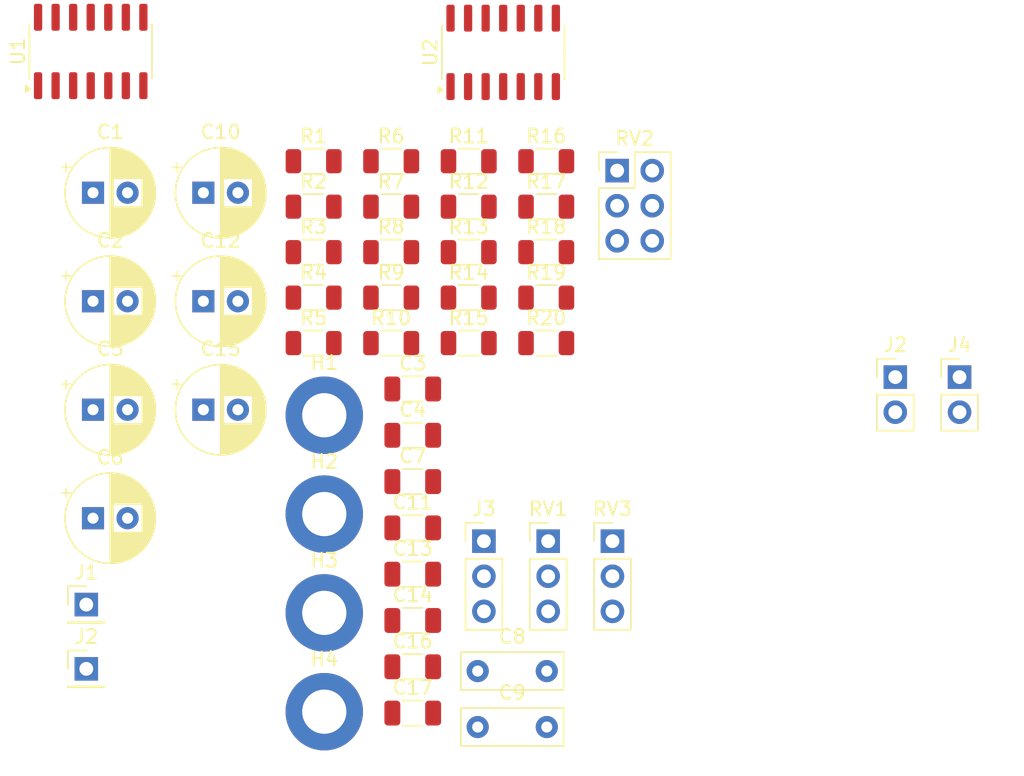
<source format=kicad_pcb>
(kicad_pcb (version 20240108) (generator "pcbnew") (generator_version "8.0")
  (layers (0 "F.Cu" signal) (31 "B.Cu" power) (34 "B.Paste" user) (35 "F.Paste" user) (36 "B.SilkS" user "B.Silkscreen") (37 "F.SilkS" user "F.Silkscreen") (38 "B.Mask" user) (39 "F.Mask" user) (44 "Edge.Cuts" user))
  (net 0 "")
  (net 1 "Net-(C1-Pad2)")
  (net 2 "Net-(C1-Pad1)")
  (net 3 "Net-(C2-Pad1)")
  (net 4 "Net-(C2-Pad2)")
  (net 5 "Net-(U1A--)")
  (net 6 "Net-(U1B--)")
  (net 7 "Net-(J1-Pin_1)")
  (net 8 "Net-(C5-Pad2)")
  (net 9 "Net-(J2-Pin_1)")
  (net 10 "Net-(U2A--)")
  (net 11 "Net-(C7-Pad2)")
  (net 12 "Net-(U2B--)")
  (net 13 "Net-(C8-Pad2)")
  (net 14 "Net-(U2C--)")
  (net 15 "Net-(C9-Pad2)")
  (net 16 "Net-(C10-Pad1)")
  (net 17 "Net-(C10-Pad2)")
  (net 18 "Net-(U2D--)")
  (net 19 "Net-(C11-Pad1)")
  (net 20 "+15V")
  (net 21 "GND")
  (net 22 "-15V")
  (net 23 "Net-(U1B-+)")
  (net 24 "Net-(R8-Pad1)")
  (net 25 "Net-(R9-Pad1)")
  (net 26 "Net-(R10-Pad1)")
  (net 27 "Net-(R11-Pad2)")
  (net 28 "Net-(R12-Pad2)")
  (net 29 "Net-(R13-Pad2)")
  (net 30 "Net-(R15-Pad2)")
  (net 31 "Net-(U1D--)")
  (net 32 "Net-(U1C--)")
  (net 33 "Net-(J2-Pin_2)")
  (net 34 "Net-(J4-Pin_2)")
  (footprint "Resistor_SMD:R_1206_3216Metric" (layer "F.Cu") (at 135.51 79.86)
    (property "Reference" "R3" (at 0 -1.82 0) (layer "F.SilkS"))
    (property "Value" "2k7")
    (pad "1" smd roundrect (at -1.4625 0) (size 1.125 1.75) (layers "F.Cu" "F.Paste" "F.Mask") (roundrect_rratio 0.222222) (net 8 "Net-(C5-Pad2)"))
    (pad "2" smd roundrect (at 1.4625 0) (size 1.125 1.75) (layers "F.Cu" "F.Paste" "F.Mask") (roundrect_rratio 0.222222) (net 5 "Net-(U1A--)"))
  )
  (footprint "MountingHole:MountingHole_3.2mm_M3_DIN965_Pad" (layer "F.Cu") (at 136.28 98.81)
    (property "Reference" "H2" (at 0 -3.8 0) (layer "F.SilkS"))
    (property "Value" "MountingHole")
    (pad "1" thru_hole circle (at 0 0) (size 5.6 5.6) (drill 3.2) (layers "*.Cu" "*.Mask") (net 21 "GND"))
  )
  (footprint "Resistor_SMD:R_1206_3216Metric" (layer "F.Cu") (at 146.73 83.15)
    (property "Reference" "R14" (at 0 -1.82 0) (layer "F.SilkS"))
    (property "Value" "330R")
    (pad "1" smd roundrect (at -1.4625 0) (size 1.125 1.75) (layers "F.Cu" "F.Paste" "F.Mask") (roundrect_rratio 0.222222) (net 19 "Net-(C11-Pad1)"))
    (pad "2" smd roundrect (at 1.4625 0) (size 1.125 1.75) (layers "F.Cu" "F.Paste" "F.Mask") (roundrect_rratio 0.222222) (net 23 "Net-(U1B-+)"))
  )
  (footprint "Capacitor_THT:CP_Radial_D6.3mm_P2.50mm" (layer "F.Cu") (at 119.545241 99.11)
    (property "Reference" "C6" (at 1.25 -4.4 0) (layer "F.SilkS"))
    (property "Value" "100u")
    (pad "1" thru_hole rect (at 0 0) (size 1.6 1.6) (drill 0.8) (layers "*.Cu" "*.Mask") (net 3 "Net-(C2-Pad1)"))
    (pad "2" thru_hole circle (at 2.5 0) (size 1.6 1.6) (drill 0.8) (layers "*.Cu" "*.Mask") (net 34 "Net-(J4-Pin_2)"))
  )
  (footprint "Capacitor_SMD:C_1206_3216Metric" (layer "F.Cu") (at 142.68 99.81)
    (property "Reference" "C11" (at 0 -1.85 0) (layer "F.SilkS"))
    (property "Value" "100p")
    (pad "1" smd roundrect (at -1.475 0) (size 1.15 1.8) (layers "F.Cu" "F.Paste" "F.Mask") (roundrect_rratio 0.217391) (net 19 "Net-(C11-Pad1)"))
    (pad "2" smd roundrect (at 1.475 0) (size 1.15 1.8) (layers "F.Cu" "F.Paste" "F.Mask") (roundrect_rratio 0.217391) (net 18 "Net-(U2D--)"))
  )
  (footprint "Package_SO:SOIC-14_3.9x8.7mm_P1.27mm" (layer "F.Cu") (at 119.38 65.34 90)
    (property "Reference" "U1" (at 0 -5.28 90) (layer "F.SilkS"))
    (property "Value" "OPA1679")
    (pad "1" smd roundrect (at -2.475 -3.81 90) (size 1.95 0.6) (layers "F.Cu" "F.Paste" "F.Mask") (net 2 "Net-(C1-Pad1)"))
    (pad "2" smd roundrect (at -2.475 -2.54 90) (size 1.95 0.6) (layers "F.Cu" "F.Paste" "F.Mask") (net 5 "Net-(U1A--)"))
    (pad "3" smd roundrect (at -2.475 -1.27 90) (size 1.95 0.6) (layers "F.Cu" "F.Paste" "F.Mask") (net 21 "GND"))
    (pad "4" smd roundrect (at -2.475 0 90) (size 1.95 0.6) (layers "F.Cu" "F.Paste" "F.Mask") (net 20 "+15V"))
    (pad "5" smd roundrect (at -2.475 1.27 90) (size 1.95 0.6) (layers "F.Cu" "F.Paste" "F.Mask") (net 23 "Net-(U1B-+)"))
    (pad "6" smd roundrect (at -2.475 2.54 90) (size 1.95 0.6) (layers "F.Cu" "F.Paste" "F.Mask") (net 6 "Net-(U1B--)"))
    (pad "7" smd roundrect (at -2.475 3.81 90) (size 1.95 0.6) (layers "F.Cu" "F.Paste" "F.Mask") (net 3 "Net-(C2-Pad1)"))
    (pad "8" smd roundrect (at 2.475 3.81 90) (size 1.95 0.6) (layers "F.Cu" "F.Paste" "F.Mask") (net 32 "Net-(U1C--)"))
    (pad "9" smd roundrect (at 2.475 2.54 90) (size 1.95 0.6) (layers "F.Cu" "F.Paste" "F.Mask") (net 32 "Net-(U1C--)"))
    (pad "10" smd roundrect (at 2.475 1.27 90) (size 1.95 0.6) (layers "F.Cu" "F.Paste" "F.Mask") (net 21 "GND"))
    (pad "11" smd roundrect (at 2.475 0 90) (size 1.95 0.6) (layers "F.Cu" "F.Paste" "F.Mask") (net 22 "-15V"))
    (pad "12" smd roundrect (at 2.475 -1.27 90) (size 1.95 0.6) (layers "F.Cu" "F.Paste" "F.Mask") (net 21 "GND"))
    (pad "13" smd roundrect (at 2.475 -2.54 90) (size 1.95 0.6) (layers "F.Cu" "F.Paste" "F.Mask") (net 31 "Net-(U1D--)"))
    (pad "14" smd roundrect (at 2.475 -3.81 90) (size 1.95 0.6) (layers "F.Cu" "F.Paste" "F.Mask") (net 31 "Net-(U1D--)"))
  )
  (footprint "Capacitor_SMD:C_1206_3216Metric" (layer "F.Cu") (at 142.68 89.76)
    (property "Reference" "C3" (at 0 -1.85 0) (layer "F.SilkS"))
    (property "Value" "100p")
    (pad "1" smd roundrect (at -1.475 0) (size 1.15 1.8) (layers "F.Cu" "F.Paste" "F.Mask") (roundrect_rratio 0.217391) (net 5 "Net-(U1A--)"))
    (pad "2" smd roundrect (at 1.475 0) (size 1.15 1.8) (layers "F.Cu" "F.Paste" "F.Mask") (roundrect_rratio 0.217391) (net 2 "Net-(C1-Pad1)"))
  )
  (footprint "Capacitor_THT:CP_Radial_D6.3mm_P2.50mm" (layer "F.Cu") (at 119.545241 75.56)
    (property "Reference" "C1" (at 1.25 -4.4 0) (layer "F.SilkS"))
    (property "Value" "100u")
    (pad "1" thru_hole rect (at 0 0) (size 1.6 1.6) (drill 0.8) (layers "*.Cu" "*.Mask") (net 2 "Net-(C1-Pad1)"))
    (pad "2" thru_hole circle (at 2.5 0) (size 1.6 1.6) (drill 0.8) (layers "*.Cu" "*.Mask") (net 1 "Net-(C1-Pad2)"))
  )
  (footprint "Resistor_SMD:R_1206_3216Metric" (layer "F.Cu") (at 141.12 76.57)
    (property "Reference" "R7" (at 0 -1.82 0) (layer "F.SilkS"))
    (property "Value" "2k7")
    (pad "1" smd roundrect (at -1.4625 0) (size 1.125 1.75) (layers "F.Cu" "F.Paste" "F.Mask") (roundrect_rratio 0.222222) (net 10 "Net-(U2A--)"))
    (pad "2" smd roundrect (at 1.4625 0) (size 1.125 1.75) (layers "F.Cu" "F.Paste" "F.Mask") (roundrect_rratio 0.222222) (net 11 "Net-(C7-Pad2)"))
  )
  (footprint "Resistor_SMD:R_1206_3216Metric" (layer "F.Cu") (at 152.34 86.44)
    (property "Reference" "R20" (at 0 -1.82 0) (layer "F.SilkS"))
    (property "Value" "8k2")
    (pad "1" smd roundrect (at -1.4625 0) (size 1.125 1.75) (layers "F.Cu" "F.Paste" "F.Mask") (roundrect_rratio 0.222222) (net 10 "Net-(U2A--)"))
    (pad "2" smd roundrect (at 1.4625 0) (size 1.125 1.75) (layers "F.Cu" "F.Paste" "F.Mask") (roundrect_rratio 0.222222) (net 19 "Net-(C11-Pad1)"))
  )
  (footprint "Connector_PinHeader_2.54mm:PinHeader_1x01_P2.54mm_Vertical" (layer "F.Cu") (at 119.06 110.01)
    (property "Reference" "J2" (at 0 -2.33 0) (layer "F.SilkS"))
    (property "Value" "Conn_01x01_Pin")
    (pad "1" thru_hole rect (at 0 0) (size 1.7 1.7) (drill 1) (layers "*.Cu" "*.Mask") (net 9 "Net-(J2-Pin_1)"))
  )
  (footprint "Capacitor_SMD:C_1206_3216Metric" (layer "F.Cu") (at 142.68 103.16)
    (property "Reference" "C13" (at 0 -1.85 0) (layer "F.SilkS"))
    (property "Value" "100n")
    (pad "1" smd roundrect (at -1.475 0) (size 1.15 1.8) (layers "F.Cu" "F.Paste" "F.Mask") (roundrect_rratio 0.217391) (net 20 "+15V"))
    (pad "2" smd roundrect (at 1.475 0) (size 1.15 1.8) (layers "F.Cu" "F.Paste" "F.Mask") (roundrect_rratio 0.217391) (net 21 "GND"))
  )
  (footprint "Resistor_SMD:R_1206_3216Metric" (layer "F.Cu") (at 152.34 76.57)
    (property "Reference" "R17" (at 0 -1.82 0) (layer "F.SilkS"))
    (property "Value" "47k")
    (pad "1" smd roundrect (at -1.4625 0) (size 1.125 1.75) (layers "F.Cu" "F.Paste" "F.Mask") (roundrect_rratio 0.222222) (net 19 "Net-(C11-Pad1)"))
    (pad "2" smd roundrect (at 1.4625 0) (size 1.125 1.75) (layers "F.Cu" "F.Paste" "F.Mask") (roundrect_rratio 0.222222) (net 18 "Net-(U2D--)"))
  )
  (footprint "Resistor_SMD:R_1206_3216Metric" (layer "F.Cu") (at 135.51 86.44)
    (property "Reference" "R5" (at 0 -1.82 0) (layer "F.SilkS"))
    (property "Value" "1k")
    (pad "1" smd roundrect (at -1.4625 0) (size 1.125 1.75) (layers "F.Cu" "F.Paste" "F.Mask") (roundrect_rratio 0.222222) (net 21 "GND"))
    (pad "2" smd roundrect (at 1.4625 0) (size 1.125 1.75) (layers "F.Cu" "F.Paste" "F.Mask") (roundrect_rratio 0.222222) (net 23 "Net-(U1B-+)"))
  )
  (footprint "Resistor_SMD:R_1206_3216Metric" (layer "F.Cu") (at 146.73 76.57)
    (property "Reference" "R12" (at 0 -1.82 0) (layer "F.SilkS"))
    (property "Value" "390R")
    (pad "1" smd roundrect (at -1.4625 0) (size 1.125 1.75) (layers "F.Cu" "F.Paste" "F.Mask") (roundrect_rratio 0.222222) (net 21 "GND"))
    (pad "2" smd roundrect (at 1.4625 0) (size 1.125 1.75) (layers "F.Cu" "F.Paste" "F.Mask") (roundrect_rratio 0.222222) (net 28 "Net-(R12-Pad2)"))
  )
  (footprint "Resistor_SMD:R_1206_3216Metric" (layer "F.Cu") (at 146.73 73.28)
    (property "Reference" "R11" (at 0 -1.82 0) (layer "F.SilkS"))
    (property "Value" "270R")
    (pad "1" smd roundrect (at -1.4625 0) (size 1.125 1.75) (layers "F.Cu" "F.Paste" "F.Mask") (roundrect_rratio 0.222222) (net 13 "Net-(C8-Pad2)"))
    (pad "2" smd roundrect (at 1.4625 0) (size 1.125 1.75) (layers "F.Cu" "F.Paste" "F.Mask") (roundrect_rratio 0.222222) (net 27 "Net-(R11-Pad2)"))
  )
  (footprint "Capacitor_THT:CP_Radial_D6.3mm_P2.50mm" (layer "F.Cu") (at 127.530482 83.41)
    (property "Reference" "C12" (at 1.25 -4.4 0) (layer "F.SilkS"))
    (property "Value" "10u")
    (pad "1" thru_hole rect (at 0 0) (size 1.6 1.6) (drill 0.8) (layers "*.Cu" "*.Mask") (net 20 "+15V"))
    (pad "2" thru_hole circle (at 2.5 0) (size 1.6 1.6) (drill 0.8) (layers "*.Cu" "*.Mask") (net 21 "GND"))
  )
  (footprint "Capacitor_SMD:C_1206_3216Metric" (layer "F.Cu") (at 142.68 113.21)
    (property "Reference" "C17" (at 0 -1.85 0) (layer "F.SilkS"))
    (property "Value" "100n")
    (pad "1" smd roundrect (at -1.475 0) (size 1.15 1.8) (layers "F.Cu" "F.Paste" "F.Mask") (roundrect_rratio 0.217391) (net 21 "GND"))
    (pad "2" smd roundrect (at 1.475 0) (size 1.15 1.8) (layers "F.Cu" "F.Paste" "F.Mask") (roundrect_rratio 0.217391) (net 22 "-15V"))
  )
  (footprint "Capacitor_THT:C_Rect_L7.2mm_W2.5mm_P5.00mm_FKS2_FKP2_MKS2_MKP2" (layer "F.Cu") (at 147.38 110.17)
    (property "Reference" "C8" (at 2.5 -2.5 0) (layer "F.SilkS"))
    (property "Value" "5n6")
    (pad "1" thru_hole circle (at 0 0) (size 1.6 1.6) (drill 0.8) (layers "*.Cu" "*.Mask") (net 12 "Net-(U2B--)"))
    (pad "2" thru_hole circle (at 5 0) (size 1.6 1.6) (drill 0.8) (layers "*.Cu" "*.Mask") (net 13 "Net-(C8-Pad2)"))
  )
  (footprint "Connector_PinHeader_2.54mm:PinHeader_2x03_P2.54mm_Vertical" (layer "F.Cu") (at 157.47 73.96)
    (property "Reference" "RV2" (at 1.27 -2.33 0) (layer "F.SilkS"))
    (property "Value" "10k")
    (pad "1" thru_hole rect (at 0 0) (size 1.7 1.7) (drill 1) (layers "*.Cu" "*.Mask") (net 25 "Net-(R9-Pad1)"))
    (pad "2" thru_hole oval (at 2.54 0) (size 1.7 1.7) (drill 1) (layers "*.Cu" "*.Mask") (net 26 "Net-(R10-Pad1)"))
    (pad "3" thru_hole oval (at 0 2.54) (size 1.7 1.7) (drill 1) (layers "*.Cu" "*.Mask") (net 28 "Net-(R12-Pad2)"))
    (pad "4" thru_hole oval (at 2.54 2.54) (size 1.7 1.7) (drill 1) (layers "*.Cu" "*.Mask") (net 27 "Net-(R11-Pad2)"))
    (pad "5" thru_hole oval (at 0 5.08) (size 1.7 1.7) (drill 1) (layers "*.Cu" "*.Mask") (net 29 "Net-(R13-Pad2)"))
    (pad "6" thru_hole oval (at 2.54 5.08) (size 1.7 1.7) (drill 1) (layers "*.Cu" "*.Mask") (net 30 "Net-(R15-Pad2)"))
  )
  (footprint "Capacitor_SMD:C_1206_3216Metric" (layer "F.Cu") (at 142.68 96.46)
    (property "Reference" "C7" (at 0 -1.85 0) (layer "F.SilkS"))
    (property "Value" "100p")
    (pad "1" smd roundrect (at -1.475 0) (size 1.15 1.8) (layers "F.Cu" "F.Paste" "F.Mask") (roundrect_rratio 0.217391) (net 10 "Net-(U2A--)"))
    (pad "2" smd roundrect (at 1.475 0) (size 1.15 1.8) (layers "F.Cu" "F.Paste" "F.Mask") (roundrect_rratio 0.217391) (net 11 "Net-(C7-Pad2)"))
  )
  (footprint "Capacitor_THT:C_Rect_L7.2mm_W2.5mm_P5.00mm_FKS2_FKP2_MKS2_MKP2" (layer "F.Cu") (at 147.38 114.22)
    (property "Reference" "C9" (at 2.5 -2.5 0) (layer "F.SilkS"))
    (property "Value" "5n6")
    (pad "1" thru_hole circle (at 0 0) (size 1.6 1.6) (drill 0.8) (layers "*.Cu" "*.Mask") (net 14 "Net-(U2C--)"))
    (pad "2" thru_hole circle (at 5 0) (size 1.6 1.6) (drill 0.8) (layers "*.Cu" "*.Mask") (net 15 "Net-(C9-Pad2)"))
  )
  (footprint "Resistor_SMD:R_1206_3216Metric" (layer "F.Cu") (at 141.12 86.44)
    (property "Reference" "R10" (at 0 -1.82 0) (layer "F.SilkS"))
    (property "Value" "1k5")
    (pad "1" smd roundrect (at -1.4625 0) (size 1.125 1.75) (layers "F.Cu" "F.Paste" "F.Mask") (roundrect_rratio 0.222222) (net 26 "Net-(R10-Pad1)"))
    (pad "2" smd roundrect (at 1.4625 0) (size 1.125 1.75) (layers "F.Cu" "F.Paste" "F.Mask") (roundrect_rratio 0.222222) (net 12 "Net-(U2B--)"))
  )
  (footprint "Capacitor_SMD:C_1206_3216Metric" (layer "F.Cu") (at 142.68 93.11)
    (property "Reference" "C4" (at 0 -1.85 0) (layer "F.SilkS"))
    (property "Value" "100p")
    (pad "1" smd roundrect (at -1.475 0) (size 1.15 1.8) (layers "F.Cu" "F.Paste" "F.Mask") (roundrect_rratio 0.217391) (net 6 "Net-(U1B--)"))
    (pad "2" smd roundrect (at 1.475 0) (size 1.15 1.8) (layers "F.Cu" "F.Paste" "F.Mask") (roundrect_rratio 0.217391) (net 3 "Net-(C2-Pad1)"))
  )
  (footprint "Connector_PinHeader_2.54mm:PinHeader_1x01_P2.54mm_Vertical" (layer "F.Cu") (at 119.06 105.36)
    (property "Reference" "J1" (at 0 -2.33 0) (layer "F.SilkS"))
    (property "Value" "Conn_01x01_Pin")
    (pad "1" thru_hole rect (at 0 0) (size 1.7 1.7) (drill 1) (layers "*.Cu" "*.Mask") (net 7 "Net-(J1-Pin_1)"))
  )
  (footprint "Capacitor_SMD:C_1206_3216Metric" (layer "F.Cu") (at 142.68 106.51)
    (property "Reference" "C14" (at 0 -1.85 0) (layer "F.SilkS"))
    (property "Value" "100n")
    (pad "1" smd roundrect (at -1.475 0) (size 1.15 1.8) (layers "F.Cu" "F.Paste" "F.Mask") (roundrect_rratio 0.217391) (net 20 "+15V"))
    (pad "2" smd roundrect (at 1.475 0) (size 1.15 1.8) (layers "F.Cu" "F.Paste" "F.Mask") (roundrect_rratio 0.217391) (net 21 "GND"))
  )
  (footprint "Connector_PinHeader_2.54mm:PinHeader_1x02_P2.54mm_Vertical" (layer "F.Cu") (at 182.245 88.9)
    (property "Reference" "J4" (at 0 -2.33 0) (layer "F.SilkS"))
    (property "Value" "Conn_01x02")
    (pad "1" thru_hole rect (at 0 0) (size 1.7 1.7) (drill 1) (layers "*.Cu" "*.Mask") (net 21 "GND"))
    (pad "2" thru_hole oval (at 0 2.54) (size 1.7 1.7) (drill 1) (layers "*.Cu" "*.Mask") (net 34 "Net-(J4-Pin_2)"))
  )
  (footprint "Resistor_SMD:R_1206_3216Metric" (layer "F.Cu") (at 152.34 73.28)
    (property "Reference" "R16" (at 0 -1.82 0) (layer "F.SilkS"))
    (property "Value" "1k2")
    (pad "1" smd roundrect (at -1.4625 0) (size 1.125 1.75) (layers "F.Cu" "F.Paste" "F.Mask") (roundrect_rratio 0.222222) (net 19 "Net-(C11-Pad1)"))
    (pad "2" smd roundrect (at 1.4625 0) (size 1.125 1.75) (layers "F.Cu" "F.Paste" "F.Mask") (roundrect_rratio 0.222222) (net 17 "Net-(C10-Pad2)"))
  )
  (footprint "Resistor_SMD:R_1206_3216Metric" (layer "F.Cu") (at 152.34 79.86)
    (property "Reference" "R18" (at 0 -1.82 0) (layer "F.SilkS"))
    (property "Value" "1k8")
    (pad "1" smd roundrect (at -1.4625 0) (size 1.125 1.75) (layers "F.Cu" "F.Paste" "F.Mask") (roundrect_rratio 0.222222) (net 18 "Net-(U2D--)"))
    (pad "2" smd roundrect (at 1.4625 0) (size 1.125 1.75) (layers "F.Cu" "F.Paste" "F.Mask") (roundrect_rratio 0.222222) (net 13 "Net-(C8-Pad2)"))
  )
  (footprint "Capacitor_THT:CP_Radial_D6.3mm_P2.50mm" (layer "F.Cu") (at 119.545241 91.26)
    (property "Reference" "C5" (at 1.25 -4.4 0) (layer "F.SilkS"))
    (property "Value" "100u")
    (pad "1" thru_hole rect (at 0 0) (size 1.6 1.6) (drill 0.8) (layers "*.Cu" "*.Mask") (net 33 "Net-(J2-Pin_2)"))
    (pad "2" thru_hole circle (at 2.5 0) (size 1.6 1.6) (drill 0.8) (layers "*.Cu" "*.Mask") (net 8 "Net-(C5-Pad2)"))
  )
  (footprint "Resistor_SMD:R_1206_3216Metric" (layer "F.Cu") (at 141.12 79.86)
    (property "Reference" "R8" (at 0 -1.82 0) (layer "F.SilkS"))
    (property "Value" "1k8")
    (pad "1" smd roundrect (at -1.4625 0) (size 1.125 1.75) (layers "F.Cu" "F.Paste" "F.Mask") (roundrect_rratio 0.222222) (net 24 "Net-(R8-Pad1)"))
    (pad "2" smd roundrect (at 1.4625 0) (size 1.125 1.75) (layers "F.Cu" "F.Paste" "F.Mask") (roundrect_rratio 0.222222) (net 10 "Net-(U2A--)"))
  )
  (footprint "Resistor_SMD:R_1206_3216Metric" (layer "F.Cu") (at 135.51 73.28)
    (property "Reference" "R1" (at 0 -1.82 0) (layer "F.SilkS"))
    (property "Value" "2k7")
    (pad "1" smd roundrect (at -1.4625 0) (size 1.125 1.75) (layers "F.Cu" "F.Paste" "F.Mask") (roundrect_rratio 0.222222) (net 5 "Net-(U1A--)"))
    (pad "2" smd roundrect (at 1.4625 0) (size 1.125 1.75) (layers "F.Cu" "F.Paste" "F.Mask") (roundrect_rratio 0.222222) (net 2 "Net-(C1-Pad1)"))
  )
  (footprint "Resistor_SMD:R_1206_3216Metric" (layer "F.Cu") (at 141.12 73.28)
    (property "Reference" "R6" (at 0 -1.82 0) (layer "F.SilkS"))
    (property "Value" "2k7")
    (pad "1" smd roundrect (at -1.4625 0) (size 1.125 1.75) (layers "F.Cu" "F.Paste" "F.Mask") (roundrect_rratio 0.222222) (net 10 "Net-(U2A--)"))
    (pad "2" smd roundrect (at 1.4625 0) (size 1.125 1.75) (layers "F.Cu" "F.Paste" "F.Mask") (roundrect_rratio 0.222222) (net 15 "Net-(C9-Pad2)"))
  )
  (footprint "Connector_PinHeader_2.54mm:PinHeader_1x03_P2.54mm_Vertical" (layer "F.Cu") (at 152.48 100.77)
    (property "Reference" "RV1" (at 0 -2.33 0) (layer "F.SilkS"))
    (property "Value" "4k7")
    (pad "1" thru_hole rect (at 0 0) (size 1.7 1.7) (drill 1) (layers "*.Cu" "*.Mask") (net 1 "Net-(C1-Pad2)"))
    (pad "2" thru_hole oval (at 0 2.54) (size 1.7 1.7) (drill 1) (layers "*.Cu" "*.Mask") (net 24 "Net-(R8-Pad1)"))
    (pad "3" thru_hole oval (at 0 5.08) (size 1.7 1.7) (drill 1) (layers "*.Cu" "*.Mask") (net 4 "Net-(C2-Pad2)"))
  )
  (footprint "MountingHole:MountingHole_3.2mm_M3_DIN965_Pad" (layer "F.Cu") (at 136.28 113.11)
    (property "Reference" "H4" (at 0 -3.8 0) (layer "F.SilkS"))
    (property "Value" "MountingHole")
    (pad "1" thru_hole circle (at 0 0) (size 5.6 5.6) (drill 3.2) (layers "*.Cu" "*.Mask") (net 21 "GND"))
  )
  (footprint "Connector_PinHeader_2.54mm:PinHeader_1x03_P2.54mm_Vertical" (layer "F.Cu") (at 157.13 100.77)
    (property "Reference" "RV3" (at 0 -2.33 0) (layer "F.SilkS"))
    (property "Value" "10k")
    (pad "1" thru_hole rect (at 0 0) (size 1.7 1.7) (drill 1) (layers "*.Cu" "*.Mask") (net 18 "Net-(U2D--)"))
    (pad "2" thru_hole oval (at 0 2.54) (size 1.7 1.7) (drill 1) (layers "*.Cu" "*.Mask") (net 16 "Net-(C10-Pad1)"))
    (pad "3" thru_hole oval (at 0 5.08) (size 1.7 1.7) (drill 1) (layers "*.Cu" "*.Mask") (net 19 "Net-(C11-Pad1)"))
  )
  (footprint "MountingHole:MountingHole_3.2mm_M3_DIN965_Pad" (layer "F.Cu") (at 136.28 105.96)
    (property "Reference" "H3" (at 0 -3.8 0) (layer "F.SilkS"))
    (property "Value" "MountingHole")
    (pad "1" thru_hole circle (at 0 0) (size 5.6 5.6) (drill 3.2) (layers "*.Cu" "*.Mask") (net 21 "GND"))
  )
  (footprint "MountingHole:MountingHole_3.2mm_M3_DIN965_Pad" (layer "F.Cu") (at 136.28 91.66)
    (property "Reference" "H1" (at 0 -3.8 0) (layer "F.SilkS"))
    (property "Value" "MountingHole")
    (pad "1" thru_hole circle (at 0 0) (size 5.6 5.6) (drill 3.2) (layers "*.Cu" "*.Mask") (net 21 "GND"))
  )
  (footprint "Package_SO:SOIC-14_3.9x8.7mm_P1.27mm" (layer "F.Cu") (at 149.225 65.405 90)
    (property "Reference" "U2" (at 0 -5.28 90) (layer "F.SilkS"))
    (property "Value" "OPA1679")
    (pad "1" smd roundrect (at -2.475 -3.81 90) (size 1.95 0.6) (layers "F.Cu" "F.Paste" "F.Mask") (net 11 "Net-(C7-Pad2)"))
    (pad "2" smd roundrect (at -2.475 -2.54 90) (size 1.95 0.6) (layers "F.Cu" "F.Paste" "F.Mask") (net 10 "Net-(U2A--)"))
    (pad "3" smd roundrect (at -2.475 -1.27 90) (size 1.95 0.6) (layers "F.Cu" "F.Paste" "F.Mask") (net 21 "GND"))
    (pad "4" smd roundrect (at -2.475 0 90) (size 1.95 0.6) (layers "F.Cu" "F.Paste" "F.Mask") (net 20 "+15V"))
    (pad "5" smd roundrect (at -2.475 1.27 90) (size 1.95 0.6) (layers "F.Cu" "F.Paste" "F.Mask") (net 21 "GND"))
    (pad "6" smd roundrect (at -2.475 2.54 90) (size 1.95 0.6) (layers "F.Cu" "F.Paste" "F.Mask") (net 12 "Net-(U2B--)"))
    (pad "7" smd roundrect (at -2.475 3.81 90) (size 1.95 0.6) (layers "F.Cu" "F.Paste" "F.Mask") (net 13 "Net-(C8-Pad2)"))
    (pad "8" smd roundrect (at 2.475 3.81 90) (size 1.95 0.6) (layers "F.Cu" "F.Paste" "F.Mask") (net 15 "Net-(C9-Pad2)"))
    (pad "9" smd roundrect (at 2.475 2.54 90) (size 1.95 0.6) (layers "F.Cu" "F.Paste" "F.Mask") (net 14 "Net-(U2C--)"))
    (pad "10" smd roundrect (at 2.475 1.27 90) (size 1.95 0.6) (layers "F.Cu" "F.Paste" "F.Mask") (net 21 "GND"))
    (pad "11" smd roundrect (at 2.475 0 90) (size 1.95 0.6) (layers "F.Cu" "F.Paste" "F.Mask") (net 22 "-15V"))
    (pad "12" smd roundrect (at 2.475 -1.27 90) (size 1.95 0.6) (layers "F.Cu" "F.Paste" "F.Mask") (net 21 "GND"))
    (pad "13" smd roundrect (at 2.475 -2.54 90) (size 1.95 0.6) (layers "F.Cu" "F.Paste" "F.Mask") (net 18 "Net-(U2D--)"))
    (pad "14" smd roundrect (at 2.475 -3.81 90) (size 1.95 0.6) (layers "F.Cu" "F.Paste" "F.Mask") (net 19 "Net-(C11-Pad1)"))
  )
  (footprint "Resistor_SMD:R_1206_3216Metric" (layer "F.Cu") (at 135.51 83.15)
    (property "Reference" "R4" (at 0 -1.82 0) (layer "F.SilkS"))
    (property "Value" "2k7")
    (pad "1" smd roundrect (at -1.4625 0) (size 1.125 1.75) (layers "F.Cu" "F.Paste" "F.Mask") (roundrect_rratio 0.222222) (net 2 "Net-(C1-Pad1)"))
    (pad "2" smd roundrect (at 1.4625 0) (size 1.125 1.75) (layers "F.Cu" "F.Paste" "F.Mask") (roundrect_rratio 0.222222) (net 6 "Net-(U1B--)"))
  )
  (footprint "Resistor_SMD:R_1206_3216Metric" (layer "F.Cu") (at 146.73 79.86)
    (property "Reference" "R13" (at 0 -1.82 0) (layer "F.SilkS"))
    (property "Value" "1k5")
    (pad "1" smd roundrect (at -1.4625 0) (size 1.125 1.75) (layers "F.Cu" "F.Paste" "F.Mask") (roundrect_rratio 0.222222) (net 14 "Net-(U2C--)"))
    (pad "2" smd roundrect (at 1.4625 0) (size 1.125 1.75) (layers "F.Cu" "F.Paste" "F.Mask") (roundrect_rratio 0.222222) (net 29 "Net-(R13-Pad2)"))
  )
  (footprint "Resistor_SMD:R_1206_3216Metric" (layer "F.Cu") (at 152.34 83.15)
    (property "Reference" "R19" (at 0 -1.82 0) (layer "F.SilkS"))
    (property "Value" "22k")
    (pad "1" smd roundrect (at -1.4625 0) (size 1.125 1.75) (layers "F.Cu" "F.Paste" "F.Mask") (roundrect_rratio 0.222222) (net 13 "Net-(C8-Pad2)"))
    (pad "2" smd roundrect (at 1.4625 0) (size 1.125 1.75) (layers "F.Cu" "F.Paste" "F.Mask") (roundrect_rratio 0.222222) (net 6 "Net-(U1B--)"))
  )
  (footprint "Capacitor_THT:CP_Radial_D6.3mm_P2.50mm" (layer "F.Cu") (at 119.545241 83.41)
    (property "Reference" "C2" (at 1.25 -4.4 0) (layer "F.SilkS"))
    (property "Value" "100u")
    (pad "1" thru_hole rect (at 0 0) (size 1.6 1.6) (drill 0.8) (layers "*.Cu" "*.Mask") (net 3 "Net-(C2-Pad1)"))
    (pad "2" thru_hole circle (at 2.5 0) (size 1.6 1.6) (drill 0.8) (layers "*.Cu" "*.Mask") (net 4 "Net-(C2-Pad2)"))
  )
  (footprint "Capacitor_THT:CP_Radial_D6.3mm_P2.50mm" (layer "F.Cu") (at 127.530482 75.56)
    (property "Reference" "C10" (at 1.25 -4.4 0) (layer "F.SilkS"))
    (property "Value" "100u")
    (pad "1" thru_hole rect (at 0 0) (size 1.6 1.6) (drill 0.8) (layers "*.Cu" "*.Mask") (net 16 "Net-(C10-Pad1)"))
    (pad "2" thru_hole circle (at 2.5 0) (size 1.6 1.6) (drill 0.8) (layers "*.Cu" "*.Mask") (net 17 "Net-(C10-Pad2)"))
  )
  (footprint "Capacitor_THT:CP_Radial_D6.3mm_P2.50mm" (layer "F.Cu") (at 127.530482 91.26)
    (property "Reference" "C15" (at 1.25 -4.4 0) (layer "F.SilkS"))
    (property "Value" "10u")
    (pad "1" thru_hole rect (at 0 0) (size 1.6 1.6) (drill 0.8) (layers "*.Cu" "*.Mask") (net 21 "GND"))
    (pad "2" thru_hole circle (at 2.5 0) (size 1.6 1.6) (drill 0.8) (layers "*.Cu" "*.Mask") (net 22 "-15V"))
  )
  (footprint "Capacitor_SMD:C_1206_3216Metric" (layer "F.Cu") (at 142.68 109.86)
    (property "Reference" "C16" (at 0 -1.85 0) (layer "F.SilkS"))
    (property "Value" "100n")
    (pad "1" smd roundrect (at -1.475 0) (size 1.15 1.8) (layers "F.Cu" "F.Paste" "F.Mask") (roundrect_rratio 0.217391) (net 21 "GND"))
    (pad "2" smd roundrect (at 1.475 0) (size 1.15 1.8) (layers "F.Cu" "F.Paste" "F.Mask") (roundrect_rratio 0.217391) (net 22 "-15V"))
  )
  (footprint "Resistor_SMD:R_1206_3216Metric" (layer "F.Cu") (at 141.12 83.15)
    (property "Reference" "R9" (at 0 -1.82 0) (layer "F.SilkS"))
    (property "Value" "270R")
    (pad "1" smd roundrect (at -1.4625 0) (size 1.125 1.75) (layers "F.Cu" "F.Paste" "F.Mask") (roundrect_rratio 0.222222) (net 25 "Net-(R9-Pad1)"))
    (pad "2" smd roundrect (at 1.4625 0) (size 1.125 1.75) (layers "F.Cu" "F.Paste" "F.Mask") (roundrect_rratio 0.222222) (net 11 "Net-(C7-Pad2)"))
  )
  (footprint "Connector_PinHeader_2.54mm:PinHeader_1x02_P2.54mm_Vertical" (layer "F.Cu") (at 177.595 88.9)
    (property "Reference" "J2" (at 0 -2.33 0) (layer "F.SilkS"))
    (property "Value" "Conn_01x02")
    (pad "1" thru_hole rect (at 0 0) (size 1.7 1.7) (drill 1) (layers "*.Cu" "*.Mask") (net 21 "GND"))
    (pad "2" thru_hole oval (at 0 2.54) (size 1.7 1.7) (drill 1) (layers "*.Cu" "*.Mask") (net 33 "Net-(J2-Pin_2)"))
  )
  (footprint "Resistor_SMD:R_1206_3216Metric" (layer "F.Cu") (at 135.51 76.57)
    (property "Reference" "R2" (at 0 -1.82 0) (layer "F.SilkS"))
    (property "Value" "2k7")
    (pad "1" smd roundrect (at -1.4625 0) (size 1.125 1.75) (layers "F.Cu" "F.Paste" "F.Mask") (roundrect_rratio 0.222222) (net 6 "Net-(U1B--)"))
    (pad "2" smd roundrect (at 1.4625 0) (size 1.125 1.75) (layers "F.Cu" "F.Paste" "F.Mask") (roundrect_rratio 0.222222) (net 3 "Net-(C2-Pad1)"))
  )
  (footprint "Resistor_SMD:R_1206_3216Metric" (layer "F.Cu") (at 146.73 86.44)
    (property "Reference" "R15" (at 0 -1.82 0) (layer "F.SilkS"))
    (property "Value" "390R")
    (pad "1" smd roundrect (at -1.4625 0) (size 1.125 1.75) (layers "F.Cu" "F.Paste" "F.Mask") (roundrect_rratio 0.222222) (net 21 "GND"))
    (pad "2" smd roundrect (at 1.4625 0) (size 1.125 1.75) (layers "F.Cu" "F.Paste" "F.Mask") (roundrect_rratio 0.222222) (net 30 "Net-(R15-Pad2)"))
  )
  (footprint "Connector_PinHeader_2.54mm:PinHeader_1x03_P2.54mm_Vertical" (layer "F.Cu") (at 147.83 100.77)
    (property "Reference" "J3" (at 0 -2.33 0) (layer "F.SilkS"))
    (property "Value" "Conn_01x03")
    (pad "1" thru_hole rect (at 0 0) (size 1.7 1.7) (drill 1) (layers "*.Cu" "*.Mask") (net 21 "GND"))
    (pad "2" thru_hole oval (at 0 2.54) (size 1.7 1.7) (drill 1) (layers "*.Cu" "*.Mask") (net 22 "-15V"))
    (pad "3" thru_hole oval (at 0 5.08) (size 1.7 1.7) (drill 1) (layers "*.Cu" "*.Mask") (net 20 "+15V"))
  )
)
</source>
